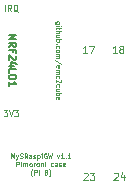
<source format=gto>
G04 #@! TF.FileFunction,Legend,Top*
%FSLAX46Y46*%
G04 Gerber Fmt 4.6, Leading zero omitted, Abs format (unit mm)*
G04 Created by KiCad (PCBNEW 4.0.4-stable) date Monday 13 March 2017 'à' 21:28:21*
%MOMM*%
%LPD*%
G01*
G04 APERTURE LIST*
%ADD10C,0.100000*%
%ADD11C,0.125000*%
%ADD12C,0.150000*%
G04 APERTURE END LIST*
D10*
X58585714Y-32604763D02*
X58261905Y-32604763D01*
X58223810Y-32585715D01*
X58204762Y-32566667D01*
X58185714Y-32528572D01*
X58185714Y-32471429D01*
X58204762Y-32433334D01*
X58338095Y-32604763D02*
X58319048Y-32566667D01*
X58319048Y-32490477D01*
X58338095Y-32452382D01*
X58357143Y-32433334D01*
X58395238Y-32414286D01*
X58509524Y-32414286D01*
X58547619Y-32433334D01*
X58566667Y-32452382D01*
X58585714Y-32490477D01*
X58585714Y-32566667D01*
X58566667Y-32604763D01*
X58319048Y-32795239D02*
X58585714Y-32795239D01*
X58719048Y-32795239D02*
X58700000Y-32776191D01*
X58680952Y-32795239D01*
X58700000Y-32814287D01*
X58719048Y-32795239D01*
X58680952Y-32795239D01*
X58585714Y-32928572D02*
X58585714Y-33080953D01*
X58719048Y-32985715D02*
X58376190Y-32985715D01*
X58338095Y-33004763D01*
X58319048Y-33042858D01*
X58319048Y-33080953D01*
X58319048Y-33214286D02*
X58719048Y-33214286D01*
X58319048Y-33385715D02*
X58528571Y-33385715D01*
X58566667Y-33366667D01*
X58585714Y-33328572D01*
X58585714Y-33271429D01*
X58566667Y-33233334D01*
X58547619Y-33214286D01*
X58585714Y-33747620D02*
X58319048Y-33747620D01*
X58585714Y-33576191D02*
X58376190Y-33576191D01*
X58338095Y-33595239D01*
X58319048Y-33633334D01*
X58319048Y-33690477D01*
X58338095Y-33728572D01*
X58357143Y-33747620D01*
X58319048Y-33938096D02*
X58719048Y-33938096D01*
X58566667Y-33938096D02*
X58585714Y-33976191D01*
X58585714Y-34052382D01*
X58566667Y-34090477D01*
X58547619Y-34109525D01*
X58509524Y-34128572D01*
X58395238Y-34128572D01*
X58357143Y-34109525D01*
X58338095Y-34090477D01*
X58319048Y-34052382D01*
X58319048Y-33976191D01*
X58338095Y-33938096D01*
X58357143Y-34300001D02*
X58338095Y-34319049D01*
X58319048Y-34300001D01*
X58338095Y-34280953D01*
X58357143Y-34300001D01*
X58319048Y-34300001D01*
X58338095Y-34661906D02*
X58319048Y-34623810D01*
X58319048Y-34547620D01*
X58338095Y-34509525D01*
X58357143Y-34490477D01*
X58395238Y-34471429D01*
X58509524Y-34471429D01*
X58547619Y-34490477D01*
X58566667Y-34509525D01*
X58585714Y-34547620D01*
X58585714Y-34623810D01*
X58566667Y-34661906D01*
X58319048Y-34890477D02*
X58338095Y-34852382D01*
X58357143Y-34833334D01*
X58395238Y-34814286D01*
X58509524Y-34814286D01*
X58547619Y-34833334D01*
X58566667Y-34852382D01*
X58585714Y-34890477D01*
X58585714Y-34947620D01*
X58566667Y-34985715D01*
X58547619Y-35004763D01*
X58509524Y-35023810D01*
X58395238Y-35023810D01*
X58357143Y-35004763D01*
X58338095Y-34985715D01*
X58319048Y-34947620D01*
X58319048Y-34890477D01*
X58319048Y-35195239D02*
X58585714Y-35195239D01*
X58547619Y-35195239D02*
X58566667Y-35214287D01*
X58585714Y-35252382D01*
X58585714Y-35309525D01*
X58566667Y-35347620D01*
X58528571Y-35366668D01*
X58319048Y-35366668D01*
X58528571Y-35366668D02*
X58566667Y-35385715D01*
X58585714Y-35423811D01*
X58585714Y-35480953D01*
X58566667Y-35519049D01*
X58528571Y-35538096D01*
X58319048Y-35538096D01*
X58738095Y-36014286D02*
X58223810Y-35671429D01*
X58338095Y-36300001D02*
X58319048Y-36261906D01*
X58319048Y-36185715D01*
X58338095Y-36147620D01*
X58376190Y-36128572D01*
X58528571Y-36128572D01*
X58566667Y-36147620D01*
X58585714Y-36185715D01*
X58585714Y-36261906D01*
X58566667Y-36300001D01*
X58528571Y-36319049D01*
X58490476Y-36319049D01*
X58452381Y-36128572D01*
X58319048Y-36490477D02*
X58585714Y-36490477D01*
X58547619Y-36490477D02*
X58566667Y-36509525D01*
X58585714Y-36547620D01*
X58585714Y-36604763D01*
X58566667Y-36642858D01*
X58528571Y-36661906D01*
X58319048Y-36661906D01*
X58528571Y-36661906D02*
X58566667Y-36680953D01*
X58585714Y-36719049D01*
X58585714Y-36776191D01*
X58566667Y-36814287D01*
X58528571Y-36833334D01*
X58319048Y-36833334D01*
X58338095Y-37195239D02*
X58319048Y-37157143D01*
X58319048Y-37080953D01*
X58338095Y-37042858D01*
X58357143Y-37023810D01*
X58395238Y-37004762D01*
X58509524Y-37004762D01*
X58547619Y-37023810D01*
X58566667Y-37042858D01*
X58585714Y-37080953D01*
X58585714Y-37157143D01*
X58566667Y-37195239D01*
X58680952Y-37347619D02*
X58700000Y-37366667D01*
X58719048Y-37404762D01*
X58719048Y-37500000D01*
X58700000Y-37538096D01*
X58680952Y-37557143D01*
X58642857Y-37576191D01*
X58604762Y-37576191D01*
X58547619Y-37557143D01*
X58319048Y-37328572D01*
X58319048Y-37576191D01*
X58338095Y-37919048D02*
X58319048Y-37880952D01*
X58319048Y-37804762D01*
X58338095Y-37766667D01*
X58357143Y-37747619D01*
X58395238Y-37728571D01*
X58509524Y-37728571D01*
X58547619Y-37747619D01*
X58566667Y-37766667D01*
X58585714Y-37804762D01*
X58585714Y-37880952D01*
X58566667Y-37919048D01*
X58585714Y-38261905D02*
X58319048Y-38261905D01*
X58585714Y-38090476D02*
X58376190Y-38090476D01*
X58338095Y-38109524D01*
X58319048Y-38147619D01*
X58319048Y-38204762D01*
X58338095Y-38242857D01*
X58357143Y-38261905D01*
X58319048Y-38452381D02*
X58719048Y-38452381D01*
X58566667Y-38452381D02*
X58585714Y-38490476D01*
X58585714Y-38566667D01*
X58566667Y-38604762D01*
X58547619Y-38623810D01*
X58509524Y-38642857D01*
X58395238Y-38642857D01*
X58357143Y-38623810D01*
X58338095Y-38604762D01*
X58319048Y-38566667D01*
X58319048Y-38490476D01*
X58338095Y-38452381D01*
X58338095Y-38966667D02*
X58319048Y-38928572D01*
X58319048Y-38852381D01*
X58338095Y-38814286D01*
X58376190Y-38795238D01*
X58528571Y-38795238D01*
X58566667Y-38814286D01*
X58585714Y-38852381D01*
X58585714Y-38928572D01*
X58566667Y-38966667D01*
X58528571Y-38985715D01*
X58490476Y-38985715D01*
X58452381Y-38795238D01*
D11*
X53880954Y-39926190D02*
X54190477Y-39926190D01*
X54023811Y-40116667D01*
X54095239Y-40116667D01*
X54142858Y-40140476D01*
X54166668Y-40164286D01*
X54190477Y-40211905D01*
X54190477Y-40330952D01*
X54166668Y-40378571D01*
X54142858Y-40402381D01*
X54095239Y-40426190D01*
X53952382Y-40426190D01*
X53904763Y-40402381D01*
X53880954Y-40378571D01*
X54333334Y-39926190D02*
X54500001Y-40426190D01*
X54666667Y-39926190D01*
X54785715Y-39926190D02*
X55095238Y-39926190D01*
X54928572Y-40116667D01*
X55000000Y-40116667D01*
X55047619Y-40140476D01*
X55071429Y-40164286D01*
X55095238Y-40211905D01*
X55095238Y-40330952D01*
X55071429Y-40378571D01*
X55047619Y-40402381D01*
X55000000Y-40426190D01*
X54857143Y-40426190D01*
X54809524Y-40402381D01*
X54785715Y-40378571D01*
X53988096Y-31526190D02*
X53988096Y-31026190D01*
X54511905Y-31526190D02*
X54345238Y-31288095D01*
X54226191Y-31526190D02*
X54226191Y-31026190D01*
X54416667Y-31026190D01*
X54464286Y-31050000D01*
X54488095Y-31073810D01*
X54511905Y-31121429D01*
X54511905Y-31192857D01*
X54488095Y-31240476D01*
X54464286Y-31264286D01*
X54416667Y-31288095D01*
X54226191Y-31288095D01*
X55059524Y-31573810D02*
X55011905Y-31550000D01*
X54964286Y-31502381D01*
X54892857Y-31430952D01*
X54845238Y-31407143D01*
X54797619Y-31407143D01*
X54821429Y-31526190D02*
X54773810Y-31502381D01*
X54726191Y-31454762D01*
X54702381Y-31359524D01*
X54702381Y-31192857D01*
X54726191Y-31097619D01*
X54773810Y-31050000D01*
X54821429Y-31026190D01*
X54916667Y-31026190D01*
X54964286Y-31050000D01*
X55011905Y-31097619D01*
X55035714Y-31192857D01*
X55035714Y-31359524D01*
X55011905Y-31454762D01*
X54964286Y-31502381D01*
X54916667Y-31526190D01*
X54821429Y-31526190D01*
D10*
X54495238Y-43980952D02*
X54495238Y-43580952D01*
X54628571Y-43866667D01*
X54761905Y-43580952D01*
X54761905Y-43980952D01*
X54914286Y-43714286D02*
X55009524Y-43980952D01*
X55104762Y-43714286D02*
X55009524Y-43980952D01*
X54971429Y-44076190D01*
X54952381Y-44095238D01*
X54914286Y-44114286D01*
X55238095Y-43961905D02*
X55295238Y-43980952D01*
X55390476Y-43980952D01*
X55428572Y-43961905D01*
X55447619Y-43942857D01*
X55466667Y-43904762D01*
X55466667Y-43866667D01*
X55447619Y-43828571D01*
X55428572Y-43809524D01*
X55390476Y-43790476D01*
X55314286Y-43771429D01*
X55276191Y-43752381D01*
X55257143Y-43733333D01*
X55238095Y-43695238D01*
X55238095Y-43657143D01*
X55257143Y-43619048D01*
X55276191Y-43600000D01*
X55314286Y-43580952D01*
X55409524Y-43580952D01*
X55466667Y-43600000D01*
X55866667Y-43980952D02*
X55733333Y-43790476D01*
X55638095Y-43980952D02*
X55638095Y-43580952D01*
X55790476Y-43580952D01*
X55828571Y-43600000D01*
X55847619Y-43619048D01*
X55866667Y-43657143D01*
X55866667Y-43714286D01*
X55847619Y-43752381D01*
X55828571Y-43771429D01*
X55790476Y-43790476D01*
X55638095Y-43790476D01*
X56209524Y-43980952D02*
X56209524Y-43771429D01*
X56190476Y-43733333D01*
X56152381Y-43714286D01*
X56076190Y-43714286D01*
X56038095Y-43733333D01*
X56209524Y-43961905D02*
X56171428Y-43980952D01*
X56076190Y-43980952D01*
X56038095Y-43961905D01*
X56019047Y-43923810D01*
X56019047Y-43885714D01*
X56038095Y-43847619D01*
X56076190Y-43828571D01*
X56171428Y-43828571D01*
X56209524Y-43809524D01*
X56380952Y-43961905D02*
X56419048Y-43980952D01*
X56495238Y-43980952D01*
X56533333Y-43961905D01*
X56552381Y-43923810D01*
X56552381Y-43904762D01*
X56533333Y-43866667D01*
X56495238Y-43847619D01*
X56438095Y-43847619D01*
X56400000Y-43828571D01*
X56380952Y-43790476D01*
X56380952Y-43771429D01*
X56400000Y-43733333D01*
X56438095Y-43714286D01*
X56495238Y-43714286D01*
X56533333Y-43733333D01*
X56723810Y-43714286D02*
X56723810Y-44114286D01*
X56723810Y-43733333D02*
X56761905Y-43714286D01*
X56838096Y-43714286D01*
X56876191Y-43733333D01*
X56895239Y-43752381D01*
X56914286Y-43790476D01*
X56914286Y-43904762D01*
X56895239Y-43942857D01*
X56876191Y-43961905D01*
X56838096Y-43980952D01*
X56761905Y-43980952D01*
X56723810Y-43961905D01*
X57085715Y-43980952D02*
X57085715Y-43714286D01*
X57085715Y-43580952D02*
X57066667Y-43600000D01*
X57085715Y-43619048D01*
X57104763Y-43600000D01*
X57085715Y-43580952D01*
X57085715Y-43619048D01*
X57485715Y-43600000D02*
X57447620Y-43580952D01*
X57390477Y-43580952D01*
X57333334Y-43600000D01*
X57295239Y-43638095D01*
X57276191Y-43676190D01*
X57257143Y-43752381D01*
X57257143Y-43809524D01*
X57276191Y-43885714D01*
X57295239Y-43923810D01*
X57333334Y-43961905D01*
X57390477Y-43980952D01*
X57428572Y-43980952D01*
X57485715Y-43961905D01*
X57504763Y-43942857D01*
X57504763Y-43809524D01*
X57428572Y-43809524D01*
X57638096Y-43580952D02*
X57733334Y-43980952D01*
X57809524Y-43695238D01*
X57885715Y-43980952D01*
X57980953Y-43580952D01*
X58400001Y-43714286D02*
X58495239Y-43980952D01*
X58590477Y-43714286D01*
X58952382Y-43980952D02*
X58723810Y-43980952D01*
X58838096Y-43980952D02*
X58838096Y-43580952D01*
X58800001Y-43638095D01*
X58761906Y-43676190D01*
X58723810Y-43695238D01*
X59123810Y-43942857D02*
X59142858Y-43961905D01*
X59123810Y-43980952D01*
X59104762Y-43961905D01*
X59123810Y-43942857D01*
X59123810Y-43980952D01*
X59523810Y-43980952D02*
X59295238Y-43980952D01*
X59409524Y-43980952D02*
X59409524Y-43580952D01*
X59371429Y-43638095D01*
X59333334Y-43676190D01*
X59295238Y-43695238D01*
X54933333Y-44680952D02*
X54933333Y-44280952D01*
X55085714Y-44280952D01*
X55123809Y-44300000D01*
X55142857Y-44319048D01*
X55161905Y-44357143D01*
X55161905Y-44414286D01*
X55142857Y-44452381D01*
X55123809Y-44471429D01*
X55085714Y-44490476D01*
X54933333Y-44490476D01*
X55333333Y-44680952D02*
X55333333Y-44414286D01*
X55333333Y-44280952D02*
X55314285Y-44300000D01*
X55333333Y-44319048D01*
X55352381Y-44300000D01*
X55333333Y-44280952D01*
X55333333Y-44319048D01*
X55523809Y-44680952D02*
X55523809Y-44414286D01*
X55523809Y-44452381D02*
X55542857Y-44433333D01*
X55580952Y-44414286D01*
X55638095Y-44414286D01*
X55676190Y-44433333D01*
X55695238Y-44471429D01*
X55695238Y-44680952D01*
X55695238Y-44471429D02*
X55714285Y-44433333D01*
X55752381Y-44414286D01*
X55809523Y-44414286D01*
X55847619Y-44433333D01*
X55866666Y-44471429D01*
X55866666Y-44680952D01*
X56114285Y-44680952D02*
X56076190Y-44661905D01*
X56057142Y-44642857D01*
X56038094Y-44604762D01*
X56038094Y-44490476D01*
X56057142Y-44452381D01*
X56076190Y-44433333D01*
X56114285Y-44414286D01*
X56171428Y-44414286D01*
X56209523Y-44433333D01*
X56228571Y-44452381D01*
X56247618Y-44490476D01*
X56247618Y-44604762D01*
X56228571Y-44642857D01*
X56209523Y-44661905D01*
X56171428Y-44680952D01*
X56114285Y-44680952D01*
X56419047Y-44680952D02*
X56419047Y-44414286D01*
X56419047Y-44490476D02*
X56438095Y-44452381D01*
X56457142Y-44433333D01*
X56495238Y-44414286D01*
X56533333Y-44414286D01*
X56723809Y-44680952D02*
X56685714Y-44661905D01*
X56666666Y-44642857D01*
X56647618Y-44604762D01*
X56647618Y-44490476D01*
X56666666Y-44452381D01*
X56685714Y-44433333D01*
X56723809Y-44414286D01*
X56780952Y-44414286D01*
X56819047Y-44433333D01*
X56838095Y-44452381D01*
X56857142Y-44490476D01*
X56857142Y-44604762D01*
X56838095Y-44642857D01*
X56819047Y-44661905D01*
X56780952Y-44680952D01*
X56723809Y-44680952D01*
X57028571Y-44414286D02*
X57028571Y-44680952D01*
X57028571Y-44452381D02*
X57047619Y-44433333D01*
X57085714Y-44414286D01*
X57142857Y-44414286D01*
X57180952Y-44433333D01*
X57200000Y-44471429D01*
X57200000Y-44680952D01*
X57390476Y-44680952D02*
X57390476Y-44414286D01*
X57390476Y-44280952D02*
X57371428Y-44300000D01*
X57390476Y-44319048D01*
X57409524Y-44300000D01*
X57390476Y-44280952D01*
X57390476Y-44319048D01*
X58057143Y-44661905D02*
X58019047Y-44680952D01*
X57942857Y-44680952D01*
X57904762Y-44661905D01*
X57885714Y-44642857D01*
X57866666Y-44604762D01*
X57866666Y-44490476D01*
X57885714Y-44452381D01*
X57904762Y-44433333D01*
X57942857Y-44414286D01*
X58019047Y-44414286D01*
X58057143Y-44433333D01*
X58400000Y-44680952D02*
X58400000Y-44471429D01*
X58380952Y-44433333D01*
X58342857Y-44414286D01*
X58266666Y-44414286D01*
X58228571Y-44433333D01*
X58400000Y-44661905D02*
X58361904Y-44680952D01*
X58266666Y-44680952D01*
X58228571Y-44661905D01*
X58209523Y-44623810D01*
X58209523Y-44585714D01*
X58228571Y-44547619D01*
X58266666Y-44528571D01*
X58361904Y-44528571D01*
X58400000Y-44509524D01*
X58571428Y-44661905D02*
X58609524Y-44680952D01*
X58685714Y-44680952D01*
X58723809Y-44661905D01*
X58742857Y-44623810D01*
X58742857Y-44604762D01*
X58723809Y-44566667D01*
X58685714Y-44547619D01*
X58628571Y-44547619D01*
X58590476Y-44528571D01*
X58571428Y-44490476D01*
X58571428Y-44471429D01*
X58590476Y-44433333D01*
X58628571Y-44414286D01*
X58685714Y-44414286D01*
X58723809Y-44433333D01*
X59066667Y-44661905D02*
X59028572Y-44680952D01*
X58952381Y-44680952D01*
X58914286Y-44661905D01*
X58895238Y-44623810D01*
X58895238Y-44471429D01*
X58914286Y-44433333D01*
X58952381Y-44414286D01*
X59028572Y-44414286D01*
X59066667Y-44433333D01*
X59085715Y-44471429D01*
X59085715Y-44509524D01*
X58895238Y-44547619D01*
X56295238Y-45533333D02*
X56276190Y-45514286D01*
X56238095Y-45457143D01*
X56219047Y-45419048D01*
X56200000Y-45361905D01*
X56180952Y-45266667D01*
X56180952Y-45190476D01*
X56200000Y-45095238D01*
X56219047Y-45038095D01*
X56238095Y-45000000D01*
X56276190Y-44942857D01*
X56295238Y-44923810D01*
X56447619Y-45380952D02*
X56447619Y-44980952D01*
X56600000Y-44980952D01*
X56638095Y-45000000D01*
X56657143Y-45019048D01*
X56676191Y-45057143D01*
X56676191Y-45114286D01*
X56657143Y-45152381D01*
X56638095Y-45171429D01*
X56600000Y-45190476D01*
X56447619Y-45190476D01*
X56847619Y-45380952D02*
X56847619Y-45114286D01*
X56847619Y-44980952D02*
X56828571Y-45000000D01*
X56847619Y-45019048D01*
X56866667Y-45000000D01*
X56847619Y-44980952D01*
X56847619Y-45019048D01*
X57476190Y-45171429D02*
X57533333Y-45190476D01*
X57552381Y-45209524D01*
X57571429Y-45247619D01*
X57571429Y-45304762D01*
X57552381Y-45342857D01*
X57533333Y-45361905D01*
X57495238Y-45380952D01*
X57342857Y-45380952D01*
X57342857Y-44980952D01*
X57476190Y-44980952D01*
X57514286Y-45000000D01*
X57533333Y-45019048D01*
X57552381Y-45057143D01*
X57552381Y-45095238D01*
X57533333Y-45133333D01*
X57514286Y-45152381D01*
X57476190Y-45171429D01*
X57342857Y-45171429D01*
X57704762Y-45533333D02*
X57723809Y-45514286D01*
X57761905Y-45457143D01*
X57780952Y-45419048D01*
X57800000Y-45361905D01*
X57819048Y-45266667D01*
X57819048Y-45190476D01*
X57800000Y-45095238D01*
X57780952Y-45038095D01*
X57761905Y-45000000D01*
X57723809Y-44942857D01*
X57704762Y-44923810D01*
D12*
X54328571Y-33585714D02*
X54928571Y-33585714D01*
X54328571Y-33928571D01*
X54928571Y-33928571D01*
X54328571Y-34557142D02*
X54614286Y-34357142D01*
X54328571Y-34214285D02*
X54928571Y-34214285D01*
X54928571Y-34442857D01*
X54900000Y-34499999D01*
X54871429Y-34528571D01*
X54814286Y-34557142D01*
X54728571Y-34557142D01*
X54671429Y-34528571D01*
X54642857Y-34499999D01*
X54614286Y-34442857D01*
X54614286Y-34214285D01*
X54642857Y-35014285D02*
X54642857Y-34814285D01*
X54328571Y-34814285D02*
X54928571Y-34814285D01*
X54928571Y-35099999D01*
X54871429Y-35300000D02*
X54900000Y-35328571D01*
X54928571Y-35385714D01*
X54928571Y-35528571D01*
X54900000Y-35585714D01*
X54871429Y-35614285D01*
X54814286Y-35642857D01*
X54757143Y-35642857D01*
X54671429Y-35614285D01*
X54328571Y-35271428D01*
X54328571Y-35642857D01*
X54728571Y-36157143D02*
X54328571Y-36157143D01*
X54957143Y-36014286D02*
X54528571Y-35871429D01*
X54528571Y-36242857D01*
X54328571Y-36757143D02*
X54328571Y-36471429D01*
X54928571Y-36471429D01*
X54928571Y-37071429D02*
X54928571Y-37128572D01*
X54900000Y-37185715D01*
X54871429Y-37214286D01*
X54814286Y-37242857D01*
X54700000Y-37271429D01*
X54557143Y-37271429D01*
X54442857Y-37242857D01*
X54385714Y-37214286D01*
X54357143Y-37185715D01*
X54328571Y-37128572D01*
X54328571Y-37071429D01*
X54357143Y-37014286D01*
X54385714Y-36985715D01*
X54442857Y-36957143D01*
X54557143Y-36928572D01*
X54700000Y-36928572D01*
X54814286Y-36957143D01*
X54871429Y-36985715D01*
X54900000Y-37014286D01*
X54928571Y-37071429D01*
X54328571Y-37842858D02*
X54328571Y-37500001D01*
X54328571Y-37671429D02*
X54928571Y-37671429D01*
X54842857Y-37614286D01*
X54785714Y-37557144D01*
X54757143Y-37500001D01*
D11*
X63435714Y-35071429D02*
X63092857Y-35071429D01*
X63264285Y-35071429D02*
X63264285Y-34471429D01*
X63207142Y-34557143D01*
X63150000Y-34614286D01*
X63092857Y-34642857D01*
X63778571Y-34728571D02*
X63721429Y-34700000D01*
X63692857Y-34671429D01*
X63664286Y-34614286D01*
X63664286Y-34585714D01*
X63692857Y-34528571D01*
X63721429Y-34500000D01*
X63778571Y-34471429D01*
X63892857Y-34471429D01*
X63950000Y-34500000D01*
X63978571Y-34528571D01*
X64007143Y-34585714D01*
X64007143Y-34614286D01*
X63978571Y-34671429D01*
X63950000Y-34700000D01*
X63892857Y-34728571D01*
X63778571Y-34728571D01*
X63721429Y-34757143D01*
X63692857Y-34785714D01*
X63664286Y-34842857D01*
X63664286Y-34957143D01*
X63692857Y-35014286D01*
X63721429Y-35042857D01*
X63778571Y-35071429D01*
X63892857Y-35071429D01*
X63950000Y-35042857D01*
X63978571Y-35014286D01*
X64007143Y-34957143D01*
X64007143Y-34842857D01*
X63978571Y-34785714D01*
X63950000Y-34757143D01*
X63892857Y-34728571D01*
X60935714Y-35071429D02*
X60592857Y-35071429D01*
X60764285Y-35071429D02*
X60764285Y-34471429D01*
X60707142Y-34557143D01*
X60650000Y-34614286D01*
X60592857Y-34642857D01*
X61135714Y-34471429D02*
X61535714Y-34471429D01*
X61278571Y-35071429D01*
X60642857Y-45278571D02*
X60671428Y-45250000D01*
X60728571Y-45221429D01*
X60871428Y-45221429D01*
X60928571Y-45250000D01*
X60957142Y-45278571D01*
X60985714Y-45335714D01*
X60985714Y-45392857D01*
X60957142Y-45478571D01*
X60614285Y-45821429D01*
X60985714Y-45821429D01*
X61185714Y-45221429D02*
X61557143Y-45221429D01*
X61357143Y-45450000D01*
X61442857Y-45450000D01*
X61500000Y-45478571D01*
X61528571Y-45507143D01*
X61557143Y-45564286D01*
X61557143Y-45707143D01*
X61528571Y-45764286D01*
X61500000Y-45792857D01*
X61442857Y-45821429D01*
X61271429Y-45821429D01*
X61214286Y-45792857D01*
X61185714Y-45764286D01*
X63192857Y-45278571D02*
X63221428Y-45250000D01*
X63278571Y-45221429D01*
X63421428Y-45221429D01*
X63478571Y-45250000D01*
X63507142Y-45278571D01*
X63535714Y-45335714D01*
X63535714Y-45392857D01*
X63507142Y-45478571D01*
X63164285Y-45821429D01*
X63535714Y-45821429D01*
X64050000Y-45421429D02*
X64050000Y-45821429D01*
X63907143Y-45192857D02*
X63764286Y-45621429D01*
X64135714Y-45621429D01*
M02*

</source>
